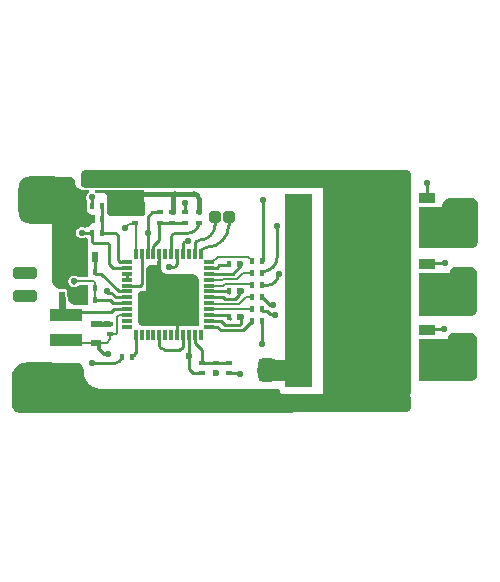
<source format=gbr>
%TF.GenerationSoftware,Altium Limited,Altium Designer,20.2.3 (150)*%
G04 Layer_Physical_Order=1*
G04 Layer_Color=255*
%FSLAX26Y26*%
%MOIN*%
%TF.SameCoordinates,27716F98-0B22-40FE-96F5-AA6DB086EB47*%
%TF.FilePolarity,Positive*%
%TF.FileFunction,Copper,L1,Top,Signal*%
%TF.Part,Single*%
G01*
G75*
%TA.AperFunction,Conductor*%
%ADD10C,0.070000*%
%ADD11C,0.010000*%
%ADD12C,0.016000*%
%ADD13C,0.012000*%
%ADD14C,0.008000*%
%ADD15C,0.022000*%
%TA.AperFunction,SMDPad,SMDef*%
G04:AMPARAMS|DCode=16|XSize=78.74mil|YSize=59.055mil|CornerRadius=14.764mil|HoleSize=0mil|Usage=FLASHONLY|Rotation=270.000|XOffset=0mil|YOffset=0mil|HoleType=Round|Shape=RoundedRectangle|*
%AMROUNDEDRECTD16*
21,1,0.078740,0.029527,0,0,270.0*
21,1,0.049213,0.059055,0,0,270.0*
1,1,0.029528,-0.014764,-0.024606*
1,1,0.029528,-0.014764,0.024606*
1,1,0.029528,0.014764,0.024606*
1,1,0.029528,0.014764,-0.024606*
%
%ADD16ROUNDEDRECTD16*%
G04:AMPARAMS|DCode=17|XSize=59.055mil|YSize=1102.362mil|CornerRadius=14.764mil|HoleSize=0mil|Usage=FLASHONLY|Rotation=90.000|XOffset=0mil|YOffset=0mil|HoleType=Round|Shape=RoundedRectangle|*
%AMROUNDEDRECTD17*
21,1,0.059055,1.072835,0,0,90.0*
21,1,0.029527,1.102362,0,0,90.0*
1,1,0.029528,0.536417,0.014764*
1,1,0.029528,0.536417,-0.014764*
1,1,0.029528,-0.536417,-0.014764*
1,1,0.029528,-0.536417,0.014764*
%
%ADD17ROUNDEDRECTD17*%
G04:AMPARAMS|DCode=18|XSize=39.37mil|YSize=78.74mil|CornerRadius=9.842mil|HoleSize=0mil|Usage=FLASHONLY|Rotation=90.000|XOffset=0mil|YOffset=0mil|HoleType=Round|Shape=RoundedRectangle|*
%AMROUNDEDRECTD18*
21,1,0.039370,0.059055,0,0,90.0*
21,1,0.019685,0.078740,0,0,90.0*
1,1,0.019685,0.029528,0.009843*
1,1,0.019685,0.029528,-0.009843*
1,1,0.019685,-0.029528,-0.009843*
1,1,0.019685,-0.029528,0.009843*
%
%ADD18ROUNDEDRECTD18*%
G04:AMPARAMS|DCode=19|XSize=39.37mil|YSize=39.37mil|CornerRadius=9.842mil|HoleSize=0mil|Usage=FLASHONLY|Rotation=90.000|XOffset=0mil|YOffset=0mil|HoleType=Round|Shape=RoundedRectangle|*
%AMROUNDEDRECTD19*
21,1,0.039370,0.019685,0,0,90.0*
21,1,0.019685,0.039370,0,0,90.0*
1,1,0.019685,0.009843,0.009843*
1,1,0.019685,0.009843,-0.009843*
1,1,0.019685,-0.009843,-0.009843*
1,1,0.019685,-0.009843,0.009843*
%
%ADD19ROUNDEDRECTD19*%
G04:AMPARAMS|DCode=20|XSize=157.48mil|YSize=157.48mil|CornerRadius=39.37mil|HoleSize=0mil|Usage=FLASHONLY|Rotation=270.000|XOffset=0mil|YOffset=0mil|HoleType=Round|Shape=RoundedRectangle|*
%AMROUNDEDRECTD20*
21,1,0.157480,0.078740,0,0,270.0*
21,1,0.078740,0.157480,0,0,270.0*
1,1,0.078740,-0.039370,-0.039370*
1,1,0.078740,-0.039370,0.039370*
1,1,0.078740,0.039370,0.039370*
1,1,0.078740,0.039370,-0.039370*
%
%ADD20ROUNDEDRECTD20*%
G04:AMPARAMS|DCode=21|XSize=157.48mil|YSize=78.74mil|CornerRadius=19.685mil|HoleSize=0mil|Usage=FLASHONLY|Rotation=90.000|XOffset=0mil|YOffset=0mil|HoleType=Round|Shape=RoundedRectangle|*
%AMROUNDEDRECTD21*
21,1,0.157480,0.039370,0,0,90.0*
21,1,0.118110,0.078740,0,0,90.0*
1,1,0.039370,0.019685,0.059055*
1,1,0.039370,0.019685,-0.059055*
1,1,0.039370,-0.019685,-0.059055*
1,1,0.039370,-0.019685,0.059055*
%
%ADD21ROUNDEDRECTD21*%
%TA.AperFunction,SMDPad,CuDef*%
%ADD22R,0.053937X0.075197*%
%ADD23R,0.057087X0.033465*%
%ADD24R,0.041339X0.033465*%
%ADD25R,0.147638X0.185039*%
%ADD26R,0.106000X0.039000*%
%ADD27R,0.023622X0.016000*%
%ADD28R,0.017000X0.023622*%
%ADD29R,0.016000X0.023622*%
%ADD30R,0.019685X0.041339*%
%ADD31R,0.033465X0.011811*%
%ADD32R,0.011811X0.033465*%
%ADD33R,0.106299X0.106299*%
%ADD34R,0.036614X0.020000*%
%ADD35R,0.020000X0.036614*%
%ADD36R,0.023622X0.017000*%
%TA.AperFunction,ViaPad*%
%ADD37C,0.023622*%
%ADD38C,0.022000*%
%ADD39C,0.090551*%
G36*
X2364000Y2091591D02*
Y2090000D01*
X2365000Y2016000D01*
Y2014608D01*
X2363934Y2012035D01*
X2361965Y2010066D01*
X2359392Y2009000D01*
X2249011D01*
X2245335Y2010522D01*
X2242522Y2013335D01*
X2241000Y2017011D01*
Y2072000D01*
X2240789Y2074146D01*
X2239146Y2078111D01*
X2236111Y2081146D01*
X2232146Y2082789D01*
X2230000Y2083000D01*
X2204165D01*
X2203698Y2083698D01*
X2198717Y2087026D01*
X2200043Y2093026D01*
X2363405D01*
X2364000Y2091591D01*
D02*
G37*
G36*
X2124196Y2136260D02*
X2129260Y2131196D01*
X2132000Y2124580D01*
Y2121000D01*
X2132442Y2116513D01*
X2135876Y2108222D01*
X2142222Y2101876D01*
X2150513Y2098442D01*
X2152539Y2098242D01*
X2157701Y2094793D01*
X2166583Y2093026D01*
X2179957D01*
X2181283Y2087026D01*
X2176302Y2083698D01*
X2172102Y2077413D01*
X2170628Y2070000D01*
X2171539Y2065416D01*
X2172492Y2059811D01*
X2172492Y2059811D01*
X2172492Y2059811D01*
Y2020189D01*
X2178069D01*
X2179528Y2016666D01*
X2183666Y2012528D01*
X2189074Y2010288D01*
X2192000Y2010000D01*
X2198398D01*
X2199133Y2009696D01*
X2199695Y2009133D01*
X2200000Y2008398D01*
Y1984602D01*
X2199695Y1983867D01*
X2199133Y1983304D01*
X2198398Y1983000D01*
X2198000D01*
X2194098Y1982616D01*
X2186889Y1979629D01*
X2181371Y1974111D01*
X2180418Y1971811D01*
X2172492D01*
Y1971048D01*
X2166492Y1967841D01*
X2163413Y1969898D01*
X2156000Y1971372D01*
X2148587Y1969898D01*
X2142302Y1965698D01*
X2138102Y1959413D01*
X2136628Y1952000D01*
X2138102Y1944587D01*
X2142302Y1938302D01*
X2148587Y1934102D01*
X2156000Y1932628D01*
X2163413Y1934102D01*
X2166492Y1936159D01*
X2172492Y1932952D01*
Y1932189D01*
X2175737D01*
Y1923487D01*
X2176746Y1918414D01*
X2178000Y1916538D01*
Y1803235D01*
X2143265D01*
X2137328Y1807202D01*
X2129915Y1808677D01*
X2122501Y1807202D01*
X2116216Y1803003D01*
X2112017Y1796718D01*
X2110542Y1789305D01*
X2112017Y1781891D01*
X2116216Y1775607D01*
X2122501Y1771407D01*
X2124997Y1770911D01*
X2125318Y1770696D01*
X2130000Y1769765D01*
X2134682Y1770696D01*
X2135076Y1770959D01*
X2137328Y1771407D01*
X2143613Y1775607D01*
X2145723Y1778765D01*
X2178000D01*
Y1715806D01*
X2177086Y1713601D01*
X2175399Y1711913D01*
X2173193Y1711000D01*
X2137651D01*
X2131082Y1712307D01*
X2124895Y1714870D01*
X2119326Y1718590D01*
X2114590Y1723326D01*
X2110869Y1728895D01*
X2108307Y1735082D01*
X2107000Y1741651D01*
Y1746000D01*
X2106843Y1747599D01*
Y1763016D01*
X2094053D01*
X2092512Y1763654D01*
X2089000Y1764000D01*
X2085848D01*
X2079666Y1765230D01*
X2073842Y1767642D01*
X2068601Y1771144D01*
X2064144Y1775601D01*
X2060642Y1780842D01*
X2058230Y1786666D01*
X2057000Y1792848D01*
Y1796000D01*
Y2139000D01*
X2117580D01*
X2124196Y2136260D01*
D02*
G37*
G36*
X3466462Y2064651D02*
X3472651Y2058462D01*
X3476000Y2050376D01*
Y2046000D01*
Y1924000D01*
Y1919226D01*
X3472346Y1910405D01*
X3465595Y1903654D01*
X3456774Y1900000D01*
X3280000D01*
Y2036000D01*
X3352000D01*
X3353171Y2036115D01*
X3355333Y2037011D01*
X3356989Y2038667D01*
X3357885Y2040829D01*
X3358000Y2042000D01*
Y2044561D01*
X3358999Y2049584D01*
X3360959Y2054316D01*
X3363804Y2058574D01*
X3367426Y2062195D01*
X3371684Y2065041D01*
X3376416Y2067001D01*
X3381439Y2068000D01*
X3458376D01*
X3466462Y2064651D01*
D02*
G37*
G36*
X3463329Y1832955D02*
X3468955Y1827329D01*
X3472000Y1819978D01*
Y1816000D01*
Y1696000D01*
Y1691624D01*
X3468651Y1683538D01*
X3462462Y1677349D01*
X3454376Y1674000D01*
X3280000D01*
Y1816000D01*
X3376000D01*
X3377561Y1816154D01*
X3380445Y1817348D01*
X3382652Y1819555D01*
X3383846Y1822439D01*
X3384000Y1824000D01*
Y1826387D01*
X3385827Y1830797D01*
X3389202Y1834173D01*
X3393613Y1836000D01*
X3455978D01*
X3463329Y1832955D01*
D02*
G37*
G36*
X2420252Y1857094D02*
X2421000D01*
Y1833000D01*
X2421365Y1829293D01*
X2424202Y1822444D01*
X2429444Y1817202D01*
X2436293Y1814365D01*
X2440000Y1814000D01*
X2527973D01*
X2537161Y1810194D01*
X2544194Y1803161D01*
X2548000Y1793973D01*
Y1789000D01*
Y1649000D01*
Y1647409D01*
X2546782Y1644468D01*
X2544532Y1642218D01*
X2541591Y1641000D01*
X2360801D01*
X2360434Y1641152D01*
X2360152Y1641434D01*
X2360000Y1641801D01*
Y1642000D01*
X2356817D01*
X2350937Y1644436D01*
X2346436Y1648937D01*
X2344000Y1654817D01*
Y1658000D01*
Y1746000D01*
Y1748387D01*
X2345827Y1752797D01*
X2349202Y1756173D01*
X2353613Y1758000D01*
X2364000D01*
X2365171Y1758115D01*
X2367333Y1759011D01*
X2368989Y1760667D01*
X2369885Y1762829D01*
X2370000Y1764000D01*
Y1830000D01*
Y1832586D01*
X2371979Y1837364D01*
X2375636Y1841021D01*
X2380414Y1843000D01*
X2401000D01*
X2402366Y1843134D01*
X2404889Y1844180D01*
X2406820Y1846111D01*
X2407865Y1848634D01*
X2408000Y1850000D01*
Y1857094D01*
X2408693D01*
Y1899000D01*
X2420252D01*
Y1857094D01*
D02*
G37*
G36*
X3463329Y1612955D02*
X3468955Y1607329D01*
X3472000Y1599978D01*
Y1596000D01*
Y1476000D01*
Y1472022D01*
X3468955Y1464671D01*
X3463329Y1459045D01*
X3455978Y1456000D01*
X3283204D01*
X3281734Y1456609D01*
X3280609Y1457734D01*
X3280000Y1459204D01*
Y1460000D01*
Y1596000D01*
X3374000D01*
X3374780Y1596077D01*
X3376222Y1596674D01*
X3377326Y1597778D01*
X3377923Y1599220D01*
X3378000Y1600000D01*
Y1603182D01*
X3380436Y1609063D01*
X3384937Y1613564D01*
X3390817Y1616000D01*
X3455978D01*
X3463329Y1612955D01*
D02*
G37*
G36*
X2922000Y1437000D02*
X2834000D01*
Y2080000D01*
X2922000D01*
Y1437000D01*
D02*
G37*
G36*
X3234063Y2160000D02*
X3238033Y2159987D01*
X3245361Y2156931D01*
X3250967Y2151308D01*
X3254000Y2143970D01*
X3254000Y2140000D01*
X3254000Y2140000D01*
Y1420000D01*
Y1416022D01*
X3250955Y1408671D01*
X3245329Y1403045D01*
X3237978Y1400000D01*
X2976022D01*
X2968671Y1403045D01*
X2963045Y1408671D01*
X2960000Y1416022D01*
Y1420000D01*
Y2134000D01*
Y2136561D01*
X2960999Y2141584D01*
X2962959Y2146315D01*
X2965804Y2150574D01*
X2969426Y2154195D01*
X2973684Y2157041D01*
X2978416Y2159001D01*
X2983439Y2160000D01*
X2986000D01*
X2986000Y2160000D01*
X3234063Y2160000D01*
D02*
G37*
G36*
X2142167Y1517924D02*
X2147263Y1515813D01*
X2151849Y1512749D01*
X2155749Y1508849D01*
X2158813Y1504263D01*
X2160924Y1499167D01*
X2162000Y1493758D01*
Y1491000D01*
X2162294Y1485021D01*
X2164627Y1473293D01*
X2169203Y1462245D01*
X2175846Y1452302D01*
X2184302Y1443846D01*
X2194245Y1437203D01*
X2205293Y1432627D01*
X2217021Y1430294D01*
X2223000Y1430000D01*
X2812193D01*
X2814399Y1429086D01*
X2816086Y1427399D01*
X2817000Y1425193D01*
Y1424000D01*
X2817173Y1422244D01*
X2818517Y1419000D01*
X2821000Y1416517D01*
X2824244Y1415173D01*
X2826000Y1415000D01*
X2859398D01*
X2860133Y1414696D01*
X2860695Y1414133D01*
X2861000Y1413398D01*
Y1413000D01*
Y1356000D01*
Y1355204D01*
X2860391Y1353734D01*
X2859266Y1352609D01*
X2858362Y1352235D01*
X1950000Y1352235D01*
X1950000D01*
X1950000D01*
X1947265Y1352235D01*
X1941901Y1353302D01*
X1936848Y1355394D01*
X1932300Y1358433D01*
X1928433Y1362300D01*
X1925394Y1366848D01*
X1923302Y1371901D01*
X1923000Y1373417D01*
Y1376000D01*
Y1472000D01*
Y1476629D01*
X1924806Y1485709D01*
X1928349Y1494263D01*
X1933493Y1501961D01*
X1940039Y1508507D01*
X1947737Y1513651D01*
X1956291Y1517194D01*
X1965371Y1519000D01*
X2136758D01*
X2142167Y1517924D01*
D02*
G37*
D10*
X2878211Y1489664D02*
G03*
X2874875Y1493000I-3336J0D01*
G01*
X2774000D02*
X2874875D01*
D11*
X2473528Y1677472D02*
G03*
X2472000Y1679000I-1528J0D01*
G01*
X2131323Y1821000D02*
G03*
X2138685Y1828362I0J7362D01*
G01*
X2089000Y1827653D02*
G03*
X2095653Y1821000I6654J0D01*
G01*
X2089000Y1778000D02*
G03*
X2097000Y1770000I8000J0D01*
G01*
X2115000Y1752000D02*
G03*
X2097000Y1770000I-18000J0D01*
G01*
X2115000Y1747000D02*
G03*
X2136000Y1726000I21000J0D01*
G01*
X2510000Y1925000D02*
G03*
X2493213Y1908213I0J-16787D01*
G01*
X2772812Y1776000D02*
G03*
X2811627Y1814815I0J38815D01*
G01*
X2757008Y1821622D02*
G03*
X2808000Y1872614I0J50992D01*
G01*
X2267992Y1517000D02*
G03*
X2288992Y1538000I0J21000D01*
G01*
X2323008D02*
G03*
X2335732Y1550724I0J12724D01*
G01*
X2572000Y1903000D02*
G03*
X2646000Y1977000I0J74000D01*
G01*
X2572000Y1903000D02*
G03*
X2552268Y1883268I0J-19732D01*
G01*
X2549000Y1927000D02*
G03*
X2600000Y1978000I0J51000D01*
G01*
X2549000Y1927000D02*
G03*
X2532583Y1910583I0J-16417D01*
G01*
X2462000Y1836000D02*
G03*
X2473528Y1847528I0J11528D01*
G01*
X2510449Y1950000D02*
G03*
X2546000Y1985551I0J35551D01*
G01*
X2470000Y1950000D02*
G03*
X2453843Y1933842I0J-16157D01*
G01*
X2493992Y1606162D02*
G03*
X2493105Y1610280I-10000J0D01*
G01*
X2493992Y1593441D02*
G03*
X2493997Y1593100I13000J0D01*
G01*
X2494000Y1592793D02*
G03*
X2493997Y1593100I-10000J45D01*
G01*
X2484000Y1562000D02*
G03*
X2494000Y1572000I0J10000D01*
G01*
X2414472Y1577528D02*
G03*
X2430000Y1562000I15528J0D01*
G01*
X2376000Y1950000D02*
G03*
X2378000Y1952000I0J2000D01*
G01*
X3309268Y1630000D02*
G03*
X3308268Y1629000I0J-1000D01*
G01*
X3308921Y1850000D02*
G03*
X3307921Y1849000I0J-1000D01*
G01*
X2473528Y1610173D02*
Y1677472D01*
X2190000Y2041452D02*
Y2070000D01*
Y2041452D02*
X2190222Y2041230D01*
X2188992Y2040000D02*
X2190222Y2041230D01*
X2499218Y2019567D02*
Y2051218D01*
X2131323Y1821000D02*
X2166992D01*
X2095653D02*
X2131323D01*
X2138685Y1828362D02*
Y1871000D01*
X2089000Y1778000D02*
Y1827653D01*
X2115000Y1747000D02*
Y1752000D01*
X2136000Y1726000D02*
X2166992D01*
Y1766000D01*
X2510000Y1925000D02*
X2510603D01*
X2757008Y1694547D02*
Y1696000D01*
Y1694547D02*
X2760508Y1691047D01*
X2773579D01*
X2784357Y1680270D01*
X2798343D01*
X2799735Y1678877D01*
X2782326Y1710682D02*
X2794441D01*
X2757008Y1736000D02*
X2782326Y1710682D01*
X2757008Y1776000D02*
X2772812D01*
X2809964Y1814815D02*
X2811627D01*
X2757008Y1776000D02*
Y1776002D01*
X2760508Y1779502D01*
X2808000Y1872614D02*
Y1974000D01*
X2757008Y1821622D02*
X2757008Y1816000D01*
X2756443Y1581623D02*
X2757008Y1582188D01*
Y1656000D01*
X2760000Y1858992D02*
Y2060000D01*
X2757008Y1856000D02*
X2760000Y1858992D01*
X2239000Y1751000D02*
X2254000D01*
X2493213Y1881827D02*
Y1908213D01*
X2447000Y1836000D02*
X2462000D01*
X2190000Y1517000D02*
X2267992D01*
X2335732Y1550724D02*
Y1610173D01*
X2414472Y1775528D02*
Y1881827D01*
X2375102D02*
Y1950000D01*
X2512898Y1497102D02*
Y1610173D01*
X2646000Y1977000D02*
Y2007000D01*
X2552268Y1881827D02*
Y1883268D01*
X2532583Y1881827D02*
Y1910583D01*
X2600000Y1978000D02*
Y2005000D01*
X2473528Y1847528D02*
Y1881827D01*
X2470000Y1950000D02*
X2510449D01*
X2453843Y1881827D02*
Y1933842D01*
X2457218Y1985551D02*
X2499218D01*
X2415218D02*
X2457218D01*
X2684000Y1840000D02*
Y1846000D01*
X2104000Y1679000D02*
X2111000Y1686000D01*
X2414000Y1928000D02*
Y1984333D01*
X2394787Y1908787D02*
X2414000Y1928000D01*
Y1984333D02*
X2415218Y1985551D01*
X2394787Y1881827D02*
Y1908787D01*
X2308173Y1775528D02*
X2349559D01*
X2355417Y1781386D01*
Y1881827D01*
X2493104Y1610281D02*
X2493105Y1610280D01*
X2493992Y1593441D02*
Y1606162D01*
X2493997Y1593100D02*
X2493997D01*
X2494000Y1592793D02*
Y1592793D01*
Y1572000D02*
Y1592793D01*
X2430000Y1562000D02*
X2484000D01*
X2414472Y1577528D02*
Y1610173D01*
X2375102Y1952000D02*
Y2005102D01*
X2156000Y1952000D02*
X2188992D01*
X2223008Y1996000D02*
Y2040000D01*
Y1952000D02*
Y1996000D01*
X2681008Y1753249D02*
X2685065Y1757306D01*
X3309719Y1629549D02*
X3363526D01*
X3309268Y1630000D02*
X3309719Y1629549D01*
X3308921Y1850000D02*
X3366000D01*
X3308268Y2069000D02*
Y2117732D01*
X2681008Y1753249D02*
Y1756000D01*
Y1744685D02*
Y1753249D01*
X2677508Y1749749D02*
X2681008Y1753249D01*
X2646000Y1484992D02*
X2647496Y1483496D01*
X2682504D01*
X2684000Y1482000D01*
X2602000Y1519008D02*
X2646000D01*
X2558000D02*
X2602000D01*
X2532583Y1585086D02*
Y1610173D01*
X2558000Y1519008D02*
Y1559669D01*
X2532583Y1585086D02*
X2558000Y1559669D01*
X2525008Y1484992D02*
X2558000D01*
X2512898Y1497102D02*
X2525008Y1484992D01*
X2188992Y1923487D02*
Y1952000D01*
X2248000Y1846000D02*
Y1911771D01*
X2242142Y1917629D02*
X2248000Y1911771D01*
X2194850Y1917629D02*
X2242142D01*
X2188992Y1923487D02*
X2194850Y1917629D01*
X2259417Y1834583D02*
X2308173D01*
X2248000Y1846000D02*
X2259417Y1834583D01*
X2223008Y1952000D02*
X2268000D01*
X2276000Y1944000D01*
Y1860126D02*
Y1944000D01*
X2281858Y1854268D02*
X2308173D01*
X2276000Y1860126D02*
X2281858Y1854268D01*
X2389567Y2019567D02*
X2415218D01*
X2375102Y2005102D02*
X2389567Y2019567D01*
X2111000Y1686000D02*
X2254000D01*
X2579827Y1677102D02*
X2639201D01*
X2579827Y1755842D02*
X2643492D01*
X2221028Y1814189D02*
X2279374Y1755842D01*
X2614811Y1842590D02*
X2643582D01*
X2620331Y1815000D02*
X2659000D01*
X2633107Y1731189D02*
X2667512D01*
X2628139Y1736158D02*
X2633107Y1731189D01*
X2620000Y1626000D02*
X2692992D01*
X2716181Y1649189D02*
X2719492D01*
X2692992Y1626000D02*
X2716181Y1649189D01*
X2620112Y1657417D02*
X2632340Y1645189D01*
X2682072D01*
X2201008Y1726000D02*
X2249000D01*
X2659000Y1815000D02*
X2684000Y1840000D01*
X2639201Y1677102D02*
X2648992Y1667311D01*
X2643492Y1755842D02*
X2646992Y1752342D01*
Y1750000D02*
Y1752342D01*
X2606804Y1834583D02*
X2614811Y1842590D01*
X2579827Y1834583D02*
X2606804D01*
X2279374Y1755842D02*
X2308173D01*
X2254000Y1751000D02*
X2268843Y1736158D01*
X2200162Y1818035D02*
Y1870153D01*
X2719492Y1649189D02*
X2722992Y1652689D01*
Y1656000D01*
X2643582Y1842590D02*
X2646992Y1846000D01*
X2667512Y1731189D02*
X2681008Y1744685D01*
X2687971Y1651088D02*
Y1663473D01*
X2682072Y1645189D02*
X2687971Y1651088D01*
X2648992Y1664000D02*
Y1667311D01*
X2579827Y1814898D02*
X2620229D01*
X2620331Y1815000D01*
X2579827Y1736158D02*
X2628139D01*
X2608268Y1637732D02*
X2620000Y1626000D01*
X2579827Y1637732D02*
X2608268D01*
X2579827Y1657417D02*
X2620112D01*
X2308173Y1795213D02*
Y1814898D01*
X2249000Y1726000D02*
X2258528Y1716472D01*
X2308173D01*
X2268843Y1736158D02*
X2308173D01*
X2254000Y1686000D02*
X2264787Y1696787D01*
X2308173D01*
X2199315Y1871000D02*
X2200162Y1870153D01*
Y1818035D02*
X2204008Y1814189D01*
X2221028D01*
D12*
X2247307Y1646315D02*
G03*
X2249000Y1648008I0J1693D01*
G01*
X2359821Y2082000D02*
G03*
X2334000Y2056179I0J-25821D01*
G01*
X2468000Y2082000D02*
G03*
X2460000Y2074000I0J-8000D01*
G01*
X2546000Y2065000D02*
G03*
X2529000Y2082000I-17000J0D01*
G01*
X2457218Y2019567D02*
G03*
X2460000Y2022349I0J2782D01*
G01*
X2204000Y1646315D02*
X2247307D01*
X2359821Y2082000D02*
X2468000D01*
X2334000Y2017008D02*
Y2056179D01*
X2468000Y2082000D02*
X2529000D01*
X2460000Y2022349D02*
Y2074000D01*
X2546000Y2019567D02*
Y2065000D01*
D13*
X2414472Y1775528D02*
G03*
X2444000Y1746000I29528J0D01*
G01*
X2213862Y1564070D02*
X2229257Y1548675D01*
X2240615D02*
X2242529Y1546761D01*
X2213862Y1564070D02*
Y1581685D01*
X2229257Y1548675D02*
X2240615D01*
X2209862Y1585685D02*
X2213862Y1581685D01*
X2204000Y1585685D02*
X2214315D01*
D14*
X2335732Y1981260D02*
G03*
X2334000Y1982992I-1732J0D01*
G01*
X2139000Y1791000D02*
G03*
X2130000Y1782000I0J-9000D01*
G01*
X2313565Y1980196D02*
X2331204D01*
X2299103Y1965734D02*
X2313565Y1980196D01*
X2129915Y1782085D02*
Y1789305D01*
Y1782085D02*
X2130000Y1782000D01*
X2214315Y1585685D02*
X2238685D01*
X2331204Y1980196D02*
X2334000Y1982992D01*
X2335732Y1881827D02*
Y1981260D01*
X2139000Y1791000D02*
X2194314D01*
X2111315Y1585685D02*
X2204000D01*
X2608386Y1872000D02*
X2710303D01*
X2722992Y1859311D01*
X2634000Y1782000D02*
X2718492D01*
X2627373Y1798000D02*
X2674000D01*
X2627528Y1775528D02*
X2634000Y1782000D01*
X2692000Y1816000D02*
X2722992D01*
X2580220Y1696394D02*
X2722598D01*
X2626066Y1714189D02*
X2680681D01*
X2702492Y1736000D02*
X2722992D01*
X2239000Y1751000D02*
Y1756000D01*
X2280102Y1677102D02*
X2308173D01*
X2274000Y1671000D02*
X2280102Y1677102D01*
X2249000Y1596000D02*
Y1613992D01*
X2238685Y1585685D02*
X2249000Y1596000D01*
X2201008Y1726000D02*
Y1766000D01*
X2104000Y1593000D02*
X2111315Y1585685D01*
X2722992Y1856000D02*
Y1859311D01*
Y1776000D02*
Y1777500D01*
X2718492Y1782000D02*
X2722992Y1777500D01*
X2722598Y1696394D02*
X2722992Y1696000D01*
X2674000Y1798000D02*
X2692000Y1816000D01*
X2680681Y1714189D02*
X2702492Y1736000D01*
X2590654Y1854268D02*
X2608386Y1872000D01*
X2579827Y1854268D02*
X2590654D01*
X2624585Y1795213D02*
X2627373Y1798000D01*
X2579827Y1795213D02*
X2624585D01*
X2579827Y1775528D02*
X2627528D01*
X2579827Y1716472D02*
X2581052Y1715248D01*
X2625007D02*
X2626066Y1714189D01*
X2581052Y1715248D02*
X2625007D01*
X2579827Y1696787D02*
X2580220Y1696394D01*
X2274000Y1618678D02*
Y1671000D01*
X2249000Y1613992D02*
X2269314D01*
X2274000Y1618678D01*
X2199000Y1768008D02*
X2201008Y1766000D01*
X2199000Y1768008D02*
Y1786314D01*
X2194314Y1791000D02*
X2199000Y1786314D01*
D15*
X2089000Y1694000D02*
G03*
X2104000Y1679000I15000J0D01*
G01*
X2089000Y1694000D02*
Y1734347D01*
D16*
X2774000Y1493000D02*
D03*
D17*
X2703000Y2131000D02*
D03*
Y1385000D02*
D03*
D18*
X1967779Y1818324D02*
D03*
X1968000Y1741000D02*
D03*
D19*
X2647906Y2005382D02*
D03*
X2600000Y2005000D02*
D03*
D20*
X2022000Y2060000D02*
D03*
X2012000Y1440000D02*
D03*
D21*
X3430000Y1536000D02*
D03*
Y1756000D02*
D03*
Y1984000D02*
D03*
D22*
X2890055Y1852000D02*
D03*
X3001945D02*
D03*
X2889055Y1475000D02*
D03*
X3000945D02*
D03*
X2890055Y1566000D02*
D03*
X3001945D02*
D03*
X2890055Y1662000D02*
D03*
X3001945D02*
D03*
X2890055Y1947000D02*
D03*
X3001945D02*
D03*
X2890055Y2042000D02*
D03*
X3001945D02*
D03*
X2890055Y1757000D02*
D03*
X3001945D02*
D03*
D23*
X3308268Y1479000D02*
D03*
Y1529000D02*
D03*
Y1579000D02*
D03*
Y1629000D02*
D03*
X3307921Y1699000D02*
D03*
Y1749000D02*
D03*
Y1799000D02*
D03*
Y1849000D02*
D03*
X3308268Y1919000D02*
D03*
Y1969000D02*
D03*
Y2019000D02*
D03*
Y2069000D02*
D03*
D24*
X3083858Y1629000D02*
D03*
Y1579000D02*
D03*
Y1529000D02*
D03*
Y1479000D02*
D03*
X3083512Y1849000D02*
D03*
Y1799000D02*
D03*
Y1749000D02*
D03*
Y1699000D02*
D03*
X3083858Y2069000D02*
D03*
Y2019000D02*
D03*
Y1969000D02*
D03*
Y1919000D02*
D03*
D25*
X3178347Y1554000D02*
D03*
X3178000Y1774000D02*
D03*
X3178347Y1994000D02*
D03*
D26*
X2104000Y1679000D02*
D03*
Y1593000D02*
D03*
D27*
X2249000Y1648008D02*
D03*
Y1613992D02*
D03*
X2334000Y2017008D02*
D03*
Y1982992D02*
D03*
D28*
X2681008Y1846000D02*
D03*
X2646992D02*
D03*
X2681008Y1756000D02*
D03*
X2646992D02*
D03*
X2681008Y1670000D02*
D03*
X2646992D02*
D03*
X2757008Y1856000D02*
D03*
X2722992D02*
D03*
X2757008Y1816000D02*
D03*
X2722992D02*
D03*
X2757008Y1776000D02*
D03*
X2722992D02*
D03*
X2757008Y1736000D02*
D03*
X2722992D02*
D03*
X2757008Y1696000D02*
D03*
X2722992D02*
D03*
X2757008Y1656000D02*
D03*
X2722992D02*
D03*
X2188992Y2040000D02*
D03*
X2223008D02*
D03*
Y1952000D02*
D03*
X2188992D02*
D03*
X2223008Y1996000D02*
D03*
X2188992D02*
D03*
X2288992Y1538000D02*
D03*
X2323008D02*
D03*
D29*
X2166992Y1766000D02*
D03*
X2201008D02*
D03*
X2166992Y1821000D02*
D03*
X2201008D02*
D03*
X2166992Y1726000D02*
D03*
X2201008D02*
D03*
D30*
X2089000Y1734347D02*
D03*
Y1827653D02*
D03*
D31*
X2308173Y1854268D02*
D03*
Y1834583D02*
D03*
Y1814898D02*
D03*
Y1795213D02*
D03*
Y1775528D02*
D03*
Y1755842D02*
D03*
Y1736158D02*
D03*
Y1716472D02*
D03*
Y1696787D02*
D03*
Y1677102D02*
D03*
Y1657417D02*
D03*
Y1637732D02*
D03*
X2579827D02*
D03*
Y1657417D02*
D03*
Y1677102D02*
D03*
Y1696787D02*
D03*
Y1716472D02*
D03*
Y1736158D02*
D03*
Y1755842D02*
D03*
Y1775528D02*
D03*
Y1795213D02*
D03*
Y1814898D02*
D03*
Y1834583D02*
D03*
Y1854268D02*
D03*
D32*
X2335732Y1610173D02*
D03*
X2355417D02*
D03*
X2375102D02*
D03*
X2394787D02*
D03*
X2414472D02*
D03*
X2434157D02*
D03*
X2453843D02*
D03*
X2473528D02*
D03*
X2493213D02*
D03*
X2512898D02*
D03*
X2532583D02*
D03*
X2552268D02*
D03*
Y1881827D02*
D03*
X2532583D02*
D03*
X2512898D02*
D03*
X2493213D02*
D03*
X2473528D02*
D03*
X2453843D02*
D03*
X2434157D02*
D03*
X2414472D02*
D03*
X2394787D02*
D03*
X2375102D02*
D03*
X2355417D02*
D03*
X2335732D02*
D03*
D33*
X2444000Y1746000D02*
D03*
D34*
X2204000Y1585685D02*
D03*
Y1646315D02*
D03*
D35*
X2199315Y1871000D02*
D03*
X2138685D02*
D03*
D36*
X2646000Y1484992D02*
D03*
Y1519008D02*
D03*
X2558000D02*
D03*
Y1484992D02*
D03*
X2499218Y2019567D02*
D03*
Y1985551D02*
D03*
X2415218D02*
D03*
Y2019567D02*
D03*
X2546000Y2019567D02*
D03*
Y1985551D02*
D03*
X2602000Y1519008D02*
D03*
Y1484992D02*
D03*
X2457218Y1985551D02*
D03*
Y2019567D02*
D03*
D37*
X2602000Y1484992D02*
D03*
X2240000Y1646000D02*
D03*
X2216000D02*
D03*
X2301000Y2023000D02*
D03*
X2275000Y2023508D02*
D03*
X2847779Y1856483D02*
D03*
X2178000Y1383000D02*
D03*
X2206000D02*
D03*
X2236000Y1384000D02*
D03*
X2264000D02*
D03*
X2293000Y1383000D02*
D03*
X2349000D02*
D03*
X2400000Y1384000D02*
D03*
X2426000D02*
D03*
X2455000Y1383000D02*
D03*
X2486000D02*
D03*
X2513000D02*
D03*
X2571000D02*
D03*
X2655000Y1384000D02*
D03*
X2740000D02*
D03*
X2796000D02*
D03*
X2827000D02*
D03*
X2854000D02*
D03*
X2884000Y1383000D02*
D03*
X2910000D02*
D03*
X2940000Y1382000D02*
D03*
X2320779Y1382108D02*
D03*
X2374070Y1383249D02*
D03*
X2627501Y1383851D02*
D03*
X2597974Y1383236D02*
D03*
X2542611Y1382620D02*
D03*
X2766643Y1383443D02*
D03*
X2713267Y1383425D02*
D03*
X2683034Y1383840D02*
D03*
X2678034Y2131840D02*
D03*
X2708267Y2131425D02*
D03*
X2761643Y2131443D02*
D03*
X2537611Y2130620D02*
D03*
X2592974Y2131236D02*
D03*
X2622501Y2131851D02*
D03*
X2369070Y2131249D02*
D03*
X2315779Y2130108D02*
D03*
X2935000Y2130000D02*
D03*
X2905000Y2131000D02*
D03*
X2879000D02*
D03*
X2849000Y2132000D02*
D03*
X2822000D02*
D03*
X2791000D02*
D03*
X2735000D02*
D03*
X2650000D02*
D03*
X2566000Y2131000D02*
D03*
X2508000D02*
D03*
X2481000D02*
D03*
X2450000D02*
D03*
X2421000Y2132000D02*
D03*
X2395000D02*
D03*
X2344000Y2131000D02*
D03*
X2288000D02*
D03*
X2259000Y2132000D02*
D03*
X2231000D02*
D03*
X2201000Y2131000D02*
D03*
X2173000D02*
D03*
X2904312Y1461599D02*
D03*
X2877649Y1462160D02*
D03*
X2905995Y1489103D02*
D03*
X2878211Y1489664D02*
D03*
X2906276Y1515765D02*
D03*
X2878772Y1516326D02*
D03*
X2901555Y1688395D02*
D03*
X2874709D02*
D03*
X2901001Y1716347D02*
D03*
X2874986Y1714963D02*
D03*
X2903547Y1742786D02*
D03*
X2875636D02*
D03*
X2903180Y1769963D02*
D03*
X2875636Y1771432D02*
D03*
X2903547Y1798976D02*
D03*
X2876370Y1799343D02*
D03*
X2903011Y1883677D02*
D03*
X2875090Y1884771D02*
D03*
X2904379Y1910776D02*
D03*
X2876185Y1915155D02*
D03*
X2902190Y1940612D02*
D03*
X2875364Y1941981D02*
D03*
X2901010Y1996258D02*
D03*
X2874679Y1994713D02*
D03*
X2902282Y1586805D02*
D03*
X2875413D02*
D03*
X1993000Y1740000D02*
D03*
X1944000D02*
D03*
X1994000Y1819000D02*
D03*
X1946000D02*
D03*
X2438000Y1755000D02*
D03*
X2411000Y1754000D02*
D03*
X2438000Y1783000D02*
D03*
X2409000D02*
D03*
X2060000Y2018000D02*
D03*
X1982000Y2020000D02*
D03*
X2072000Y2092000D02*
D03*
X2088000Y2072000D02*
D03*
Y2048000D02*
D03*
Y2024000D02*
D03*
X2080000Y2002000D02*
D03*
X2058000Y1994000D02*
D03*
X2034000D02*
D03*
X2010000D02*
D03*
X1986000D02*
D03*
X1964000Y2002000D02*
D03*
X1956000Y2026000D02*
D03*
Y2050000D02*
D03*
Y2074000D02*
D03*
X1980000Y2102000D02*
D03*
X1956000Y2098000D02*
D03*
X2082000Y2116000D02*
D03*
X2060000Y2126000D02*
D03*
X2036000D02*
D03*
X2012000D02*
D03*
X1990000D02*
D03*
X1966000Y2120000D02*
D03*
X2076000Y1482000D02*
D03*
X2046000D02*
D03*
X2060000Y1460000D02*
D03*
X2064000Y1436000D02*
D03*
X2046000Y1400000D02*
D03*
X2076000Y1412000D02*
D03*
X2072000Y1388000D02*
D03*
X2050000Y1374000D02*
D03*
X2026000D02*
D03*
X2002000D02*
D03*
X1978000Y1378000D02*
D03*
X1954000Y1382000D02*
D03*
X1946000Y1406000D02*
D03*
Y1430000D02*
D03*
Y1456000D02*
D03*
X1948000Y1482000D02*
D03*
X2062000Y1504000D02*
D03*
X2036000Y1506000D02*
D03*
X2012000D02*
D03*
X1988000D02*
D03*
X1962000Y1502000D02*
D03*
X2908000Y2022000D02*
D03*
X2884000Y2020000D02*
D03*
X2858000Y2016000D02*
D03*
X2848000Y1990000D02*
D03*
Y1910000D02*
D03*
Y1886000D02*
D03*
Y1714000D02*
D03*
Y1688000D02*
D03*
Y1588000D02*
D03*
X2852000Y1516000D02*
D03*
Y1490000D02*
D03*
Y1464000D02*
D03*
X3440000Y1474000D02*
D03*
X3414000D02*
D03*
X3390000D02*
D03*
X3366000D02*
D03*
X3342000D02*
D03*
X3438000Y1500000D02*
D03*
X3414000D02*
D03*
X3390000D02*
D03*
X3366000D02*
D03*
X3342000D02*
D03*
X3438000Y1526000D02*
D03*
X3414000D02*
D03*
X3390000D02*
D03*
X3366000D02*
D03*
X3342000D02*
D03*
X3438000Y1550000D02*
D03*
X3414000Y1552000D02*
D03*
X3390000D02*
D03*
X3366000D02*
D03*
X3342000D02*
D03*
X3442000Y1602000D02*
D03*
X3418000D02*
D03*
X3394000D02*
D03*
X3438000Y1578000D02*
D03*
X3414000D02*
D03*
X3390000D02*
D03*
X3366000D02*
D03*
X3342000D02*
D03*
X3316000Y1504000D02*
D03*
Y1554000D02*
D03*
X3442000Y1698000D02*
D03*
X3416000D02*
D03*
X3392000D02*
D03*
X3368000D02*
D03*
X3342000D02*
D03*
X3442000Y1722000D02*
D03*
X3416000D02*
D03*
X3392000D02*
D03*
X3368000D02*
D03*
X3342000D02*
D03*
X3440000Y1746000D02*
D03*
X3416000D02*
D03*
X3390000D02*
D03*
X3366000D02*
D03*
X3342000D02*
D03*
X3440000Y1772000D02*
D03*
X3416000D02*
D03*
X3390000D02*
D03*
X3366000D02*
D03*
X3342000D02*
D03*
X3446000Y1822000D02*
D03*
X3422000D02*
D03*
X3398000D02*
D03*
X3438000Y1798000D02*
D03*
X3414000D02*
D03*
X3390000D02*
D03*
X3366000D02*
D03*
X3342000D02*
D03*
X3316000Y1724000D02*
D03*
Y1774000D02*
D03*
X3446000Y1918000D02*
D03*
X3420000D02*
D03*
X3394000D02*
D03*
X3370000D02*
D03*
X3344000D02*
D03*
X3446000Y1944000D02*
D03*
X3420000D02*
D03*
X3394000D02*
D03*
X3370000D02*
D03*
X3344000D02*
D03*
X3446000Y1970000D02*
D03*
X3420000D02*
D03*
X3394000D02*
D03*
X3370000D02*
D03*
X3344000D02*
D03*
X3446000Y1994000D02*
D03*
X3420000D02*
D03*
X3394000D02*
D03*
X3370000D02*
D03*
X3344000D02*
D03*
X3316000Y1944000D02*
D03*
Y1994000D02*
D03*
X3446000Y2018000D02*
D03*
X3420000D02*
D03*
X3448000Y2048000D02*
D03*
X3424000D02*
D03*
X3400000D02*
D03*
X3376000D02*
D03*
X3394000Y2018000D02*
D03*
X3370000D02*
D03*
X3344000D02*
D03*
X3316142Y1969000D02*
D03*
X2512000Y1540000D02*
D03*
X3316142Y1479000D02*
D03*
Y1529000D02*
D03*
Y1579000D02*
D03*
Y1699000D02*
D03*
Y1749000D02*
D03*
Y1799000D02*
D03*
Y1919000D02*
D03*
Y2019000D02*
D03*
X3230000Y1414000D02*
D03*
X3206000D02*
D03*
X3182000D02*
D03*
X3158000D02*
D03*
X3134000D02*
D03*
X3108000D02*
D03*
X3084000D02*
D03*
X3058000D02*
D03*
X3032000D02*
D03*
X3006000D02*
D03*
X2980000D02*
D03*
X3236000Y1438000D02*
D03*
X3208000D02*
D03*
X3182000D02*
D03*
X3156000D02*
D03*
X3130000D02*
D03*
X3104000D02*
D03*
X3078000D02*
D03*
X3052000D02*
D03*
X3026000D02*
D03*
X3000000D02*
D03*
X2974000D02*
D03*
Y2140000D02*
D03*
X3000000D02*
D03*
X3026000D02*
D03*
X3052000D02*
D03*
X3078000D02*
D03*
X3104000D02*
D03*
X3130000D02*
D03*
X3156000D02*
D03*
X3182000D02*
D03*
X3208000D02*
D03*
X3234000D02*
D03*
Y2114000D02*
D03*
X3208000D02*
D03*
X3182000D02*
D03*
X3156000D02*
D03*
X3130000D02*
D03*
X3104000D02*
D03*
X3078000D02*
D03*
X3052000D02*
D03*
X3026000D02*
D03*
X3000000D02*
D03*
X2974000D02*
D03*
D38*
X2299103Y1965734D02*
D03*
X2190000Y2070000D02*
D03*
X2499218Y2051218D02*
D03*
X2794441Y1710682D02*
D03*
X2799735Y1678877D02*
D03*
X2811627Y1814815D02*
D03*
X2756443Y1581623D02*
D03*
X2760000Y2060000D02*
D03*
X2129915Y1789305D02*
D03*
X1969864Y1818942D02*
D03*
X2447000Y1836000D02*
D03*
X1968000Y1741000D02*
D03*
X2190000Y1517000D02*
D03*
X2510603Y1925000D02*
D03*
X2242529Y1546761D02*
D03*
X2376000Y1950000D02*
D03*
X2156000Y1952000D02*
D03*
X2808000Y1974000D02*
D03*
X3363526Y1629549D02*
D03*
X3366000Y1850000D02*
D03*
X3308268Y2117732D02*
D03*
X2684000Y1482000D02*
D03*
X2239000Y1756000D02*
D03*
X2685971Y1669473D02*
D03*
X2685065Y1757306D02*
D03*
X2684000Y1846000D02*
D03*
D39*
X2022386Y2061758D02*
D03*
X2006000Y1442000D02*
D03*
%TF.MD5,b1f350d86299a245e4420ee6c86dc7e3*%
M02*

</source>
